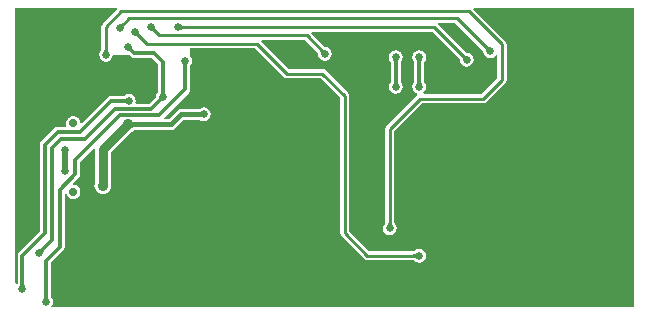
<source format=gbl>
G04 Layer_Physical_Order=2*
G04 Layer_Color=16711680*
%FSAX25Y25*%
%MOIN*%
G70*
G01*
G75*
%ADD30C,0.00984*%
%ADD32C,0.01181*%
%ADD33C,0.01575*%
%ADD35C,0.01968*%
%ADD37C,0.02756*%
%ADD38O,0.06299X0.03937*%
%ADD39O,0.08268X0.03937*%
%ADD40C,0.02559*%
%ADD41C,0.03543*%
%ADD42C,0.03150*%
G36*
X0150889Y0173127D02*
X0150913Y0172882D01*
X0150935Y0172772D01*
X0150962Y0172669D01*
X0150996Y0172574D01*
X0151035Y0172487D01*
X0151081Y0172407D01*
X0151133Y0172336D01*
X0151191Y0172272D01*
X0149400D01*
X0149458Y0172336D01*
X0149509Y0172407D01*
X0149555Y0172487D01*
X0149595Y0172574D01*
X0149628Y0172669D01*
X0149656Y0172772D01*
X0149677Y0172882D01*
X0149692Y0173001D01*
X0149702Y0173127D01*
X0149705Y0173261D01*
X0150886D01*
X0150889Y0173127D01*
D02*
G37*
G36*
X0150283Y0170079D02*
X0150196Y0170075D01*
X0150109Y0170061D01*
X0150021Y0170037D01*
X0149931Y0170003D01*
X0149840Y0169960D01*
X0149748Y0169907D01*
X0149655Y0169844D01*
X0149560Y0169771D01*
X0149464Y0169688D01*
X0149367Y0169595D01*
X0148532Y0170430D01*
X0148625Y0170527D01*
X0148781Y0170718D01*
X0148844Y0170811D01*
X0148897Y0170903D01*
X0148941Y0170994D01*
X0148974Y0171084D01*
X0148998Y0171172D01*
X0149012Y0171259D01*
X0149016Y0171345D01*
X0150283Y0170079D01*
D02*
G37*
G36*
X0138063Y0169183D02*
X0137999Y0169241D01*
X0137927Y0169293D01*
X0137848Y0169339D01*
X0137761Y0169378D01*
X0137666Y0169412D01*
X0137563Y0169439D01*
X0137452Y0169461D01*
X0137334Y0169476D01*
X0137208Y0169485D01*
X0137074Y0169488D01*
Y0170669D01*
X0137208Y0170672D01*
X0137452Y0170697D01*
X0137563Y0170718D01*
X0137666Y0170746D01*
X0137761Y0170779D01*
X0137848Y0170819D01*
X0137927Y0170865D01*
X0137999Y0170916D01*
X0138063Y0170974D01*
Y0169183D01*
D02*
G37*
G36*
X0236420Y0176572D02*
X0236445Y0176327D01*
X0236466Y0176216D01*
X0236494Y0176114D01*
X0236527Y0176019D01*
X0236567Y0175932D01*
X0236613Y0175852D01*
X0236665Y0175781D01*
X0236722Y0175717D01*
X0234931D01*
X0234989Y0175781D01*
X0235041Y0175852D01*
X0235087Y0175932D01*
X0235126Y0176019D01*
X0235160Y0176114D01*
X0235187Y0176216D01*
X0235209Y0176327D01*
X0235224Y0176446D01*
X0235233Y0176572D01*
X0235236Y0176706D01*
X0236417D01*
X0236420Y0176572D01*
D02*
G37*
G36*
X0104137Y0109249D02*
X0104161Y0109004D01*
X0104183Y0108894D01*
X0104210Y0108791D01*
X0104244Y0108696D01*
X0104283Y0108609D01*
X0104329Y0108529D01*
X0104381Y0108458D01*
X0104439Y0108394D01*
X0102648D01*
X0102706Y0108458D01*
X0102758Y0108529D01*
X0102803Y0108609D01*
X0102843Y0108696D01*
X0102876Y0108791D01*
X0102904Y0108894D01*
X0102925Y0109004D01*
X0102941Y0109123D01*
X0102950Y0109249D01*
X0102953Y0109383D01*
X0104134D01*
X0104137Y0109249D01*
D02*
G37*
G36*
X0307457Y0101204D02*
X0113440D01*
X0113193Y0101704D01*
X0113565Y0102260D01*
X0113742Y0103150D01*
X0113565Y0104039D01*
X0113061Y0104793D01*
X0113049Y0104801D01*
X0113045Y0104821D01*
X0113039Y0104884D01*
Y0116159D01*
X0117092Y0120212D01*
X0117443Y0120738D01*
X0117567Y0121358D01*
Y0139396D01*
X0117590Y0139404D01*
X0118164Y0139079D01*
X0118174Y0139027D01*
X0118213Y0138934D01*
X0118233Y0138836D01*
X0118288Y0138752D01*
X0118327Y0138660D01*
X0118327Y0138660D01*
X0118631Y0138204D01*
X0118702Y0138133D01*
X0118758Y0138049D01*
X0118842Y0137994D01*
X0118912Y0137923D01*
X0119368Y0137618D01*
X0119461Y0137580D01*
X0119545Y0137524D01*
X0119643Y0137504D01*
X0119736Y0137466D01*
X0120273Y0137359D01*
X0120374D01*
X0120472Y0137339D01*
X0120571Y0137359D01*
X0120671D01*
X0121209Y0137466D01*
X0121302Y0137504D01*
X0121400Y0137524D01*
X0121484Y0137580D01*
X0121576Y0137618D01*
X0121577Y0137618D01*
X0122032Y0137923D01*
X0122103Y0137994D01*
X0122187Y0138049D01*
X0122243Y0138133D01*
X0122314Y0138204D01*
X0122618Y0138660D01*
X0122657Y0138752D01*
X0122712Y0138836D01*
X0122732Y0138934D01*
X0122770Y0139027D01*
X0122877Y0139565D01*
Y0139665D01*
X0122897Y0139764D01*
X0122877Y0139862D01*
Y0139963D01*
X0122770Y0140500D01*
X0122732Y0140593D01*
X0122712Y0140692D01*
X0122657Y0140775D01*
X0122618Y0140868D01*
X0122618Y0140868D01*
X0122314Y0141324D01*
X0122243Y0141395D01*
X0122187Y0141478D01*
X0122103Y0141534D01*
X0122032Y0141605D01*
X0121576Y0141910D01*
X0121484Y0141948D01*
X0121400Y0142004D01*
X0121302Y0142023D01*
X0121209Y0142062D01*
X0120671Y0142169D01*
X0120661D01*
X0120512Y0142385D01*
X0120453Y0142600D01*
X0120449Y0142664D01*
X0122308Y0144523D01*
X0122660Y0145049D01*
X0122783Y0145669D01*
Y0149820D01*
X0127261Y0154298D01*
X0127735Y0154065D01*
X0127718Y0153937D01*
Y0142705D01*
X0127615Y0142456D01*
X0127519Y0141732D01*
X0127615Y0141009D01*
X0127894Y0140334D01*
X0128338Y0139755D01*
X0128917Y0139311D01*
X0129591Y0139032D01*
X0130315Y0138937D01*
X0131038Y0139032D01*
X0131713Y0139311D01*
X0132292Y0139755D01*
X0132736Y0140334D01*
X0133015Y0141009D01*
X0133110Y0141732D01*
X0133015Y0142456D01*
X0132912Y0142705D01*
Y0152861D01*
X0139731Y0159680D01*
X0139980Y0159784D01*
X0140559Y0160228D01*
X0140574Y0160247D01*
X0140592Y0160264D01*
X0140595Y0160266D01*
X0142359Y0160382D01*
X0153149D01*
X0153150Y0160382D01*
X0153847Y0160521D01*
X0154438Y0160916D01*
X0157251Y0163729D01*
X0162601D01*
X0163087Y0163404D01*
X0163976Y0163227D01*
X0164866Y0163404D01*
X0165620Y0163908D01*
X0166124Y0164662D01*
X0166301Y0165551D01*
X0166124Y0166441D01*
X0165620Y0167195D01*
X0164866Y0167699D01*
X0163976Y0167875D01*
X0163087Y0167699D01*
X0162612Y0167381D01*
X0162509Y0167374D01*
X0156496D01*
X0156496Y0167374D01*
X0155799Y0167235D01*
X0155207Y0166840D01*
X0155207Y0166840D01*
X0152395Y0164027D01*
X0150787D01*
X0150580Y0164527D01*
X0158922Y0172869D01*
X0159274Y0173395D01*
X0159397Y0174016D01*
Y0181752D01*
X0159401Y0181779D01*
X0159407Y0181813D01*
X0159419Y0181821D01*
X0159923Y0182575D01*
X0160100Y0183465D01*
X0159923Y0184354D01*
X0159449Y0185063D01*
Y0187652D01*
X0181077D01*
X0190670Y0178058D01*
X0190670Y0178058D01*
X0191164Y0177728D01*
X0191746Y0177612D01*
X0202913D01*
X0209502Y0171023D01*
Y0125984D01*
X0209618Y0125402D01*
X0209948Y0124908D01*
X0217428Y0117428D01*
X0217428Y0117428D01*
X0217922Y0117098D01*
X0218504Y0116983D01*
X0218504Y0116983D01*
X0233998D01*
X0234026Y0116978D01*
X0234059Y0116969D01*
X0234085Y0116960D01*
X0234108Y0116951D01*
X0234127Y0116940D01*
X0234133Y0116936D01*
X0234183Y0116860D01*
X0234937Y0116357D01*
X0235827Y0116180D01*
X0236716Y0116357D01*
X0237470Y0116860D01*
X0237974Y0117614D01*
X0238151Y0118504D01*
X0237974Y0119393D01*
X0237470Y0120147D01*
X0236716Y0120651D01*
X0235827Y0120828D01*
X0234937Y0120651D01*
X0234183Y0120147D01*
X0234133Y0120072D01*
X0234127Y0120068D01*
X0234108Y0120057D01*
X0234085Y0120048D01*
X0234059Y0120038D01*
X0234026Y0120030D01*
X0233998Y0120025D01*
X0219134D01*
X0212545Y0126614D01*
Y0171653D01*
X0212429Y0172236D01*
X0212099Y0172729D01*
X0204619Y0180210D01*
X0204125Y0180539D01*
X0203543Y0180655D01*
X0192376D01*
X0183124Y0189908D01*
X0183331Y0190408D01*
X0197598D01*
X0201962Y0186044D01*
X0201978Y0186021D01*
X0201995Y0185992D01*
X0202008Y0185967D01*
X0202017Y0185944D01*
X0202023Y0185923D01*
X0202024Y0185916D01*
X0202007Y0185827D01*
X0202183Y0184937D01*
X0202687Y0184183D01*
X0203441Y0183679D01*
X0204331Y0183503D01*
X0205220Y0183679D01*
X0205974Y0184183D01*
X0206478Y0184937D01*
X0206655Y0185827D01*
X0206478Y0186716D01*
X0205974Y0187470D01*
X0205220Y0187974D01*
X0204331Y0188151D01*
X0204241Y0188133D01*
X0204235Y0188135D01*
X0204214Y0188141D01*
X0204191Y0188150D01*
X0204166Y0188162D01*
X0204136Y0188179D01*
X0204114Y0188195D01*
X0199744Y0192565D01*
X0199951Y0193065D01*
X0240216D01*
X0249206Y0184075D01*
X0249222Y0184053D01*
X0249240Y0184023D01*
X0249252Y0183998D01*
X0249261Y0183976D01*
X0249267Y0183954D01*
X0249268Y0183948D01*
X0249251Y0183858D01*
X0249428Y0182969D01*
X0249931Y0182215D01*
X0250685Y0181711D01*
X0251575Y0181534D01*
X0252464Y0181711D01*
X0253218Y0182215D01*
X0253722Y0182969D01*
X0253899Y0183858D01*
X0253722Y0184748D01*
X0253218Y0185502D01*
X0252464Y0186005D01*
X0251575Y0186182D01*
X0251486Y0186165D01*
X0251479Y0186166D01*
X0251458Y0186172D01*
X0251435Y0186181D01*
X0251410Y0186194D01*
X0251380Y0186211D01*
X0251358Y0186227D01*
X0241968Y0195616D01*
X0241993Y0195808D01*
X0242143Y0196116D01*
X0247795D01*
X0257080Y0186831D01*
X0257096Y0186808D01*
X0257114Y0186779D01*
X0257126Y0186754D01*
X0257135Y0186732D01*
X0257141Y0186710D01*
X0257142Y0186703D01*
X0257125Y0186614D01*
X0257301Y0185725D01*
X0257805Y0184971D01*
X0258559Y0184467D01*
X0259449Y0184290D01*
X0260338Y0184467D01*
X0261092Y0184971D01*
X0261365Y0185378D01*
X0261864Y0185226D01*
Y0177697D01*
X0256555Y0172388D01*
X0237214D01*
X0237063Y0172888D01*
X0237470Y0173160D01*
X0237974Y0173914D01*
X0238151Y0174803D01*
X0237974Y0175693D01*
X0237470Y0176447D01*
X0237459Y0176454D01*
X0237455Y0176475D01*
X0237449Y0176537D01*
Y0182933D01*
X0237452Y0182960D01*
X0237459Y0182994D01*
X0237470Y0183002D01*
X0237974Y0183756D01*
X0238151Y0184646D01*
X0237974Y0185535D01*
X0237470Y0186289D01*
X0236716Y0186793D01*
X0235827Y0186970D01*
X0234937Y0186793D01*
X0234183Y0186289D01*
X0233680Y0185535D01*
X0233503Y0184646D01*
X0233680Y0183756D01*
X0234183Y0183002D01*
X0234195Y0182994D01*
X0234199Y0182974D01*
X0234205Y0182912D01*
Y0176516D01*
X0234202Y0176489D01*
X0234195Y0176454D01*
X0234183Y0176447D01*
X0233680Y0175693D01*
X0233503Y0174803D01*
X0233680Y0173914D01*
X0234183Y0173160D01*
X0234937Y0172656D01*
X0235075Y0172628D01*
X0235181Y0172098D01*
X0234948Y0171942D01*
X0234948Y0171942D01*
X0224908Y0161902D01*
X0224579Y0161409D01*
X0224463Y0160827D01*
Y0129387D01*
X0224458Y0129360D01*
X0224450Y0129327D01*
X0224441Y0129300D01*
X0224431Y0129278D01*
X0224420Y0129259D01*
X0224416Y0129253D01*
X0224341Y0129202D01*
X0223837Y0128448D01*
X0223660Y0127559D01*
X0223837Y0126670D01*
X0224341Y0125916D01*
X0225095Y0125412D01*
X0225984Y0125235D01*
X0226874Y0125412D01*
X0227628Y0125916D01*
X0228132Y0126670D01*
X0228308Y0127559D01*
X0228132Y0128448D01*
X0227628Y0129202D01*
X0227552Y0129253D01*
X0227548Y0129259D01*
X0227538Y0129278D01*
X0227528Y0129300D01*
X0227519Y0129327D01*
X0227510Y0129360D01*
X0227506Y0129387D01*
Y0160197D01*
X0236654Y0169345D01*
X0257185D01*
X0257767Y0169461D01*
X0258261Y0169790D01*
X0264462Y0175991D01*
X0264462Y0175991D01*
X0264791Y0176485D01*
X0264907Y0177067D01*
X0264907Y0177067D01*
Y0188878D01*
X0264791Y0189460D01*
X0264462Y0189954D01*
X0264462Y0189954D01*
X0253757Y0200658D01*
X0253964Y0201158D01*
X0307457D01*
Y0101204D01*
D02*
G37*
G36*
X0226480Y0129382D02*
X0226493Y0129262D01*
X0226513Y0129146D01*
X0226541Y0129035D01*
X0226577Y0128929D01*
X0226622Y0128828D01*
X0226674Y0128732D01*
X0226735Y0128641D01*
X0226803Y0128554D01*
X0226880Y0128473D01*
X0225089D01*
X0225165Y0128554D01*
X0225234Y0128641D01*
X0225294Y0128732D01*
X0225347Y0128828D01*
X0225391Y0128929D01*
X0225428Y0129035D01*
X0225456Y0129146D01*
X0225476Y0129262D01*
X0225488Y0129382D01*
X0225492Y0129508D01*
X0226476D01*
X0226480Y0129382D01*
D02*
G37*
G36*
X0110818Y0120219D02*
X0110725Y0120122D01*
X0110570Y0119932D01*
X0110507Y0119839D01*
X0110453Y0119746D01*
X0110410Y0119656D01*
X0110376Y0119566D01*
X0110353Y0119477D01*
X0110339Y0119390D01*
X0110335Y0119304D01*
X0109068Y0120571D01*
X0109154Y0120575D01*
X0109241Y0120589D01*
X0109330Y0120613D01*
X0109419Y0120646D01*
X0109510Y0120690D01*
X0109602Y0120743D01*
X0109696Y0120806D01*
X0109790Y0120879D01*
X0109886Y0120962D01*
X0109983Y0121054D01*
X0110818Y0120219D01*
D02*
G37*
G36*
X0234913Y0117608D02*
X0234831Y0117685D01*
X0234745Y0117754D01*
X0234654Y0117814D01*
X0234558Y0117867D01*
X0234456Y0117911D01*
X0234350Y0117947D01*
X0234240Y0117975D01*
X0234124Y0117996D01*
X0234003Y0118008D01*
X0233878Y0118012D01*
Y0118996D01*
X0234003Y0119000D01*
X0234124Y0119012D01*
X0234240Y0119032D01*
X0234350Y0119061D01*
X0234456Y0119097D01*
X0234558Y0119141D01*
X0234654Y0119194D01*
X0234745Y0119254D01*
X0234831Y0119323D01*
X0234913Y0119400D01*
Y0117608D01*
D02*
G37*
G36*
X0135121Y0200658D02*
X0130322Y0195859D01*
X0129992Y0195366D01*
X0129876Y0194783D01*
Y0187261D01*
X0129871Y0187234D01*
X0129863Y0187201D01*
X0129854Y0187174D01*
X0129844Y0187152D01*
X0129834Y0187133D01*
X0129830Y0187127D01*
X0129754Y0187076D01*
X0129250Y0186322D01*
X0129074Y0185433D01*
X0129250Y0184544D01*
X0129754Y0183790D01*
X0130508Y0183286D01*
X0131398Y0183109D01*
X0132287Y0183286D01*
X0133041Y0183790D01*
X0133545Y0184544D01*
X0133722Y0185433D01*
X0139045D01*
X0139601Y0184877D01*
X0140127Y0184525D01*
X0140748Y0184402D01*
X0146671D01*
X0148674Y0182399D01*
Y0173071D01*
X0148670Y0173044D01*
X0148663Y0173009D01*
X0148652Y0173002D01*
X0148148Y0172248D01*
X0147971Y0171358D01*
X0147974Y0171345D01*
X0147962Y0171327D01*
X0147922Y0171279D01*
X0145686Y0169043D01*
X0141581D01*
X0141194Y0169543D01*
X0141301Y0170079D01*
X0141124Y0170968D01*
X0140620Y0171722D01*
X0139866Y0172226D01*
X0138976Y0172403D01*
X0138087Y0172226D01*
X0137333Y0171722D01*
X0137325Y0171711D01*
X0137305Y0171707D01*
X0137242Y0171701D01*
X0133071D01*
X0132450Y0171577D01*
X0131924Y0171226D01*
X0123386Y0162687D01*
X0123279Y0162689D01*
X0123092Y0162740D01*
X0122863Y0162871D01*
X0122770Y0163335D01*
X0122732Y0163428D01*
X0122712Y0163526D01*
X0122657Y0163610D01*
X0122618Y0163702D01*
X0122618Y0163702D01*
X0122314Y0164158D01*
X0122243Y0164229D01*
X0122187Y0164313D01*
X0122103Y0164369D01*
X0122032Y0164440D01*
X0121576Y0164744D01*
X0121484Y0164783D01*
X0121400Y0164838D01*
X0121302Y0164858D01*
X0121209Y0164896D01*
X0120671Y0165003D01*
X0120571D01*
X0120472Y0165023D01*
X0120374Y0165003D01*
X0120273D01*
X0119736Y0164896D01*
X0119643Y0164858D01*
X0119545Y0164838D01*
X0119461Y0164783D01*
X0119368Y0164744D01*
X0119368Y0164744D01*
X0118912Y0164440D01*
X0118842Y0164369D01*
X0118758Y0164313D01*
X0118702Y0164229D01*
X0118631Y0164158D01*
X0118327Y0163702D01*
X0118288Y0163610D01*
X0118233Y0163526D01*
X0118213Y0163428D01*
X0118174Y0163335D01*
X0118068Y0162797D01*
Y0162697D01*
X0118048Y0162598D01*
X0118068Y0162500D01*
Y0162399D01*
X0118174Y0161862D01*
X0118051Y0161573D01*
X0117959Y0161461D01*
X0117835Y0161366D01*
X0115256D01*
X0114635Y0161242D01*
X0114109Y0160891D01*
X0109877Y0156658D01*
X0109525Y0156132D01*
X0109402Y0155512D01*
Y0126656D01*
X0102397Y0119651D01*
X0102045Y0119124D01*
X0101922Y0118504D01*
Y0109250D01*
X0101709Y0109035D01*
X0101704Y0109032D01*
X0101204Y0109294D01*
Y0201158D01*
X0134914D01*
X0135121Y0200658D01*
D02*
G37*
G36*
X0163063Y0164655D02*
X0163035Y0164676D01*
X0162994Y0164694D01*
X0162940Y0164711D01*
X0162874Y0164725D01*
X0162794Y0164737D01*
X0162595Y0164754D01*
X0162345Y0164763D01*
X0162200Y0164764D01*
Y0166339D01*
X0162345Y0166340D01*
X0162874Y0166378D01*
X0162940Y0166392D01*
X0162994Y0166408D01*
X0163035Y0166426D01*
X0163063Y0166447D01*
Y0164655D01*
D02*
G37*
G36*
X0139942Y0163359D02*
X0140045Y0163282D01*
X0140159Y0163214D01*
X0140282Y0163155D01*
X0140407Y0163109D01*
X0141077Y0163044D01*
X0142509Y0162995D01*
X0143096Y0162992D01*
Y0161417D01*
X0142509Y0161414D01*
X0140323Y0161269D01*
X0140282Y0161254D01*
X0140159Y0161196D01*
X0140045Y0161127D01*
X0139942Y0161051D01*
X0139848Y0160965D01*
Y0161175D01*
X0139788Y0161153D01*
X0139696Y0161091D01*
Y0163319D01*
X0139788Y0163257D01*
X0139848Y0163234D01*
Y0163445D01*
X0139942Y0163359D01*
D02*
G37*
G36*
X0142228Y0192986D02*
X0142240Y0192876D01*
X0142262Y0192769D01*
X0142293Y0192664D01*
X0142333Y0192561D01*
X0142382Y0192460D01*
X0142441Y0192362D01*
X0142508Y0192266D01*
X0142585Y0192172D01*
X0142671Y0192080D01*
X0141975Y0191384D01*
X0141883Y0191470D01*
X0141789Y0191547D01*
X0141693Y0191614D01*
X0141595Y0191673D01*
X0141495Y0191722D01*
X0141392Y0191762D01*
X0141287Y0191793D01*
X0141179Y0191815D01*
X0141070Y0191827D01*
X0140958Y0191831D01*
X0142224Y0193097D01*
X0142228Y0192986D01*
D02*
G37*
G36*
X0258510Y0188254D02*
X0258604Y0188178D01*
X0258700Y0188110D01*
X0258799Y0188052D01*
X0258899Y0188002D01*
X0259002Y0187962D01*
X0259107Y0187931D01*
X0259214Y0187910D01*
X0259324Y0187897D01*
X0259436Y0187894D01*
X0258169Y0186627D01*
X0258166Y0186739D01*
X0258153Y0186848D01*
X0258132Y0186956D01*
X0258101Y0187061D01*
X0258061Y0187164D01*
X0258011Y0187264D01*
X0257953Y0187363D01*
X0257885Y0187459D01*
X0257809Y0187553D01*
X0257723Y0187644D01*
X0258419Y0188340D01*
X0258510Y0188254D01*
D02*
G37*
G36*
X0139866Y0188090D02*
X0139880Y0188003D01*
X0139904Y0187914D01*
X0139937Y0187825D01*
X0139981Y0187734D01*
X0140034Y0187642D01*
X0140097Y0187548D01*
X0140170Y0187454D01*
X0140253Y0187358D01*
X0140346Y0187261D01*
X0139511Y0186426D01*
X0139414Y0186519D01*
X0139223Y0186674D01*
X0139130Y0186738D01*
X0139038Y0186791D01*
X0138947Y0186834D01*
X0138857Y0186868D01*
X0138769Y0186891D01*
X0138681Y0186905D01*
X0138595Y0186909D01*
X0139862Y0188176D01*
X0139866Y0188090D01*
D02*
G37*
G36*
X0137750Y0195518D02*
X0137664Y0195427D01*
X0137587Y0195333D01*
X0137520Y0195237D01*
X0137461Y0195138D01*
X0137412Y0195038D01*
X0137372Y0194935D01*
X0137341Y0194830D01*
X0137319Y0194722D01*
X0137306Y0194613D01*
X0137303Y0194501D01*
X0136036Y0195768D01*
X0136148Y0195771D01*
X0136258Y0195784D01*
X0136365Y0195806D01*
X0136470Y0195836D01*
X0136573Y0195877D01*
X0136674Y0195926D01*
X0136772Y0195984D01*
X0136868Y0196052D01*
X0136962Y0196128D01*
X0137054Y0196214D01*
X0137750Y0195518D01*
D02*
G37*
G36*
X0156507Y0195406D02*
X0156594Y0195337D01*
X0156685Y0195276D01*
X0156781Y0195224D01*
X0156882Y0195180D01*
X0156988Y0195143D01*
X0157099Y0195115D01*
X0157215Y0195095D01*
X0157335Y0195083D01*
X0157461Y0195079D01*
Y0194095D01*
X0157335Y0194090D01*
X0157215Y0194078D01*
X0157099Y0194058D01*
X0156988Y0194030D01*
X0156882Y0193994D01*
X0156781Y0193949D01*
X0156685Y0193897D01*
X0156594Y0193836D01*
X0156507Y0193768D01*
X0156426Y0193691D01*
Y0195482D01*
X0156507Y0195406D01*
D02*
G37*
G36*
X0147543Y0194560D02*
X0147555Y0194451D01*
X0147577Y0194343D01*
X0147608Y0194238D01*
X0147648Y0194135D01*
X0147697Y0194035D01*
X0147756Y0193937D01*
X0147823Y0193840D01*
X0147900Y0193747D01*
X0147986Y0193655D01*
X0147290Y0192959D01*
X0147198Y0193045D01*
X0147105Y0193122D01*
X0147008Y0193189D01*
X0146910Y0193247D01*
X0146809Y0193297D01*
X0146707Y0193337D01*
X0146601Y0193368D01*
X0146494Y0193389D01*
X0146385Y0193402D01*
X0146273Y0193406D01*
X0147539Y0194672D01*
X0147543Y0194560D01*
D02*
G37*
G36*
X0131894Y0187256D02*
X0131906Y0187136D01*
X0131926Y0187020D01*
X0131954Y0186909D01*
X0131991Y0186803D01*
X0132035Y0186702D01*
X0132088Y0186606D01*
X0132148Y0186515D01*
X0132217Y0186428D01*
X0132293Y0186347D01*
X0130502D01*
X0130579Y0186428D01*
X0130647Y0186515D01*
X0130708Y0186606D01*
X0130760Y0186702D01*
X0130805Y0186803D01*
X0130841Y0186909D01*
X0130869Y0187020D01*
X0130889Y0187136D01*
X0130902Y0187256D01*
X0130905Y0187382D01*
X0131890D01*
X0131894Y0187256D01*
D02*
G37*
G36*
X0112011Y0104918D02*
X0112035Y0104674D01*
X0112057Y0104563D01*
X0112084Y0104460D01*
X0112118Y0104365D01*
X0112157Y0104278D01*
X0112203Y0104199D01*
X0112255Y0104127D01*
X0112313Y0104063D01*
X0110522D01*
X0110580Y0104127D01*
X0110632Y0104199D01*
X0110677Y0104278D01*
X0110717Y0104365D01*
X0110750Y0104460D01*
X0110778Y0104563D01*
X0110799Y0104674D01*
X0110815Y0104792D01*
X0110824Y0104918D01*
X0110827Y0105052D01*
X0112008D01*
X0112011Y0104918D01*
D02*
G37*
G36*
X0158613Y0182487D02*
X0158561Y0182415D01*
X0158516Y0182336D01*
X0158476Y0182249D01*
X0158442Y0182154D01*
X0158415Y0182051D01*
X0158394Y0181941D01*
X0158378Y0181822D01*
X0158369Y0181696D01*
X0158366Y0181562D01*
X0157185D01*
X0157182Y0181696D01*
X0157158Y0181941D01*
X0157136Y0182051D01*
X0157109Y0182154D01*
X0157075Y0182249D01*
X0157036Y0182336D01*
X0156990Y0182415D01*
X0156938Y0182487D01*
X0156880Y0182551D01*
X0158671D01*
X0158613Y0182487D01*
D02*
G37*
G36*
X0236665Y0183668D02*
X0236613Y0183597D01*
X0236567Y0183517D01*
X0236527Y0183430D01*
X0236494Y0183335D01*
X0236466Y0183232D01*
X0236445Y0183122D01*
X0236430Y0183003D01*
X0236420Y0182877D01*
X0236417Y0182743D01*
X0235236D01*
X0235233Y0182877D01*
X0235209Y0183122D01*
X0235187Y0183232D01*
X0235160Y0183335D01*
X0235126Y0183430D01*
X0235087Y0183517D01*
X0235041Y0183597D01*
X0234989Y0183668D01*
X0234931Y0183732D01*
X0236722D01*
X0236665Y0183668D01*
D02*
G37*
G36*
X0203392Y0187467D02*
X0203486Y0187390D01*
X0203582Y0187323D01*
X0203680Y0187264D01*
X0203781Y0187215D01*
X0203884Y0187175D01*
X0203989Y0187144D01*
X0204096Y0187122D01*
X0204206Y0187110D01*
X0204318Y0187106D01*
X0203051Y0185840D01*
X0203048Y0185951D01*
X0203035Y0186061D01*
X0203013Y0186168D01*
X0202982Y0186274D01*
X0202942Y0186376D01*
X0202893Y0186477D01*
X0202835Y0186575D01*
X0202767Y0186671D01*
X0202691Y0186765D01*
X0202605Y0186857D01*
X0203301Y0187553D01*
X0203392Y0187467D01*
D02*
G37*
G36*
X0250636Y0185498D02*
X0250730Y0185422D01*
X0250826Y0185354D01*
X0250925Y0185296D01*
X0251025Y0185247D01*
X0251128Y0185206D01*
X0251233Y0185176D01*
X0251341Y0185154D01*
X0251450Y0185141D01*
X0251562Y0185138D01*
X0250295Y0183871D01*
X0250292Y0183983D01*
X0250279Y0184093D01*
X0250257Y0184200D01*
X0250227Y0184305D01*
X0250186Y0184408D01*
X0250137Y0184509D01*
X0250079Y0184607D01*
X0250011Y0184703D01*
X0249935Y0184797D01*
X0249849Y0184888D01*
X0250545Y0185584D01*
X0250636Y0185498D01*
D02*
G37*
%LPC*%
G36*
X0227953Y0186970D02*
X0227063Y0186793D01*
X0226309Y0186289D01*
X0225805Y0185535D01*
X0225629Y0184646D01*
X0225805Y0183756D01*
X0226309Y0183002D01*
X0226321Y0182994D01*
X0226325Y0182974D01*
X0226331Y0182912D01*
Y0176516D01*
X0226328Y0176489D01*
X0226321Y0176454D01*
X0226309Y0176447D01*
X0225805Y0175693D01*
X0225629Y0174803D01*
X0225805Y0173914D01*
X0226309Y0173160D01*
X0227063Y0172656D01*
X0227953Y0172479D01*
X0228842Y0172656D01*
X0229596Y0173160D01*
X0230100Y0173914D01*
X0230277Y0174803D01*
X0230100Y0175693D01*
X0229596Y0176447D01*
X0229585Y0176454D01*
X0229581Y0176475D01*
X0229574Y0176537D01*
Y0182933D01*
X0229578Y0182960D01*
X0229585Y0182994D01*
X0229596Y0183002D01*
X0230100Y0183756D01*
X0230277Y0184646D01*
X0230100Y0185535D01*
X0229596Y0186289D01*
X0228842Y0186793D01*
X0227953Y0186970D01*
D02*
G37*
%LPD*%
G36*
X0228790Y0183668D02*
X0228739Y0183597D01*
X0228693Y0183517D01*
X0228653Y0183430D01*
X0228620Y0183335D01*
X0228592Y0183232D01*
X0228571Y0183122D01*
X0228555Y0183003D01*
X0228546Y0182877D01*
X0228543Y0182743D01*
X0227362D01*
X0227359Y0182877D01*
X0227335Y0183122D01*
X0227313Y0183232D01*
X0227286Y0183335D01*
X0227252Y0183430D01*
X0227213Y0183517D01*
X0227167Y0183597D01*
X0227115Y0183668D01*
X0227057Y0183732D01*
X0228848D01*
X0228790Y0183668D01*
D02*
G37*
G36*
X0228546Y0176572D02*
X0228571Y0176327D01*
X0228592Y0176216D01*
X0228620Y0176114D01*
X0228653Y0176019D01*
X0228693Y0175932D01*
X0228739Y0175852D01*
X0228790Y0175781D01*
X0228848Y0175717D01*
X0227057D01*
X0227115Y0175781D01*
X0227167Y0175852D01*
X0227213Y0175932D01*
X0227252Y0176019D01*
X0227286Y0176114D01*
X0227313Y0176216D01*
X0227335Y0176327D01*
X0227350Y0176446D01*
X0227359Y0176572D01*
X0227362Y0176706D01*
X0228543D01*
X0228546Y0176572D01*
D02*
G37*
D30*
X0211024Y0125984D02*
Y0171653D01*
X0203543Y0179134D02*
X0211024Y0171653D01*
X0191746Y0179134D02*
X0203543D01*
X0181707Y0189173D02*
X0191746Y0179134D01*
X0218504Y0118504D02*
X0235827D01*
X0211024Y0125984D02*
X0218504Y0118504D01*
X0144882Y0189173D02*
X0181707D01*
X0263386Y0177067D02*
Y0188878D01*
X0236024Y0170866D02*
X0257185D01*
X0225984Y0127559D02*
Y0160827D01*
X0257185Y0170866D02*
X0263386Y0177067D01*
X0225984Y0160827D02*
X0236024Y0170866D01*
X0140945Y0193110D02*
X0144882Y0189173D01*
X0149016Y0191929D02*
X0198228D01*
X0146260Y0194685D02*
X0149016Y0191929D01*
X0140945Y0193110D02*
X0141634D01*
X0136516Y0199902D02*
X0252362D01*
X0131398Y0194783D02*
X0136516Y0199902D01*
X0131398Y0185433D02*
Y0194783D01*
X0252362Y0199902D02*
X0263386Y0188878D01*
X0198228Y0191929D02*
X0204331Y0185827D01*
X0139173Y0197638D02*
X0248425D01*
X0136024Y0194488D02*
X0139173Y0197638D01*
X0248425D02*
X0259449Y0186614D01*
X0240846Y0194587D02*
X0251575Y0183858D01*
X0155512Y0194587D02*
X0240846D01*
D32*
X0150295Y0171358D02*
Y0183071D01*
X0147343Y0186024D02*
X0150295Y0183071D01*
X0140748Y0186024D02*
X0147343D01*
X0138583Y0188189D02*
X0140748Y0186024D01*
X0157776Y0174016D02*
Y0183465D01*
X0149114Y0165354D02*
X0157776Y0174016D01*
X0136024Y0165354D02*
X0149114D01*
X0146358Y0167421D02*
X0150295Y0171358D01*
X0134350Y0167421D02*
X0146358D01*
X0124213Y0157283D02*
X0134350Y0167421D01*
X0121161Y0150492D02*
X0136024Y0165354D01*
X0121161Y0145669D02*
Y0150492D01*
X0115945Y0140453D02*
X0121161Y0145669D01*
X0115945Y0121358D02*
Y0140453D01*
X0111417Y0116831D02*
X0115945Y0121358D01*
X0111417Y0103150D02*
Y0116831D01*
X0116339Y0157283D02*
X0124213D01*
X0113386Y0154331D02*
X0116339Y0157283D01*
X0113386Y0123622D02*
Y0154331D01*
X0109055Y0119291D02*
X0113386Y0123622D01*
X0115256Y0159744D02*
X0122736D01*
X0111024Y0155512D02*
X0115256Y0159744D01*
X0111024Y0125984D02*
Y0155512D01*
X0122736Y0159744D02*
X0133071Y0170079D01*
X0103543Y0118504D02*
X0111024Y0125984D01*
X0133071Y0170079D02*
X0138976D01*
X0103543Y0107480D02*
Y0118504D01*
X0235827Y0174803D02*
Y0184646D01*
X0227953Y0174803D02*
Y0184646D01*
D33*
X0138583Y0162205D02*
X0153150D01*
X0156496Y0165551D01*
X0163976D01*
D35*
X0117717Y0146850D02*
Y0153543D01*
D37*
X0120472Y0162598D02*
D03*
Y0139764D02*
D03*
D38*
X0106044Y0134153D02*
D03*
Y0168209D02*
D03*
D39*
X0122501Y0134153D02*
D03*
Y0168209D02*
D03*
D40*
X0219291Y0185039D02*
D03*
X0212992D02*
D03*
X0196063Y0184646D02*
D03*
X0190945D02*
D03*
X0118504Y0190551D02*
D03*
X0123228D02*
D03*
X0139370Y0157480D02*
D03*
X0303150Y0196851D02*
D03*
X0299213Y0188977D02*
D03*
X0303150Y0181103D02*
D03*
X0299213Y0173228D02*
D03*
X0303150Y0165354D02*
D03*
X0299213Y0157480D02*
D03*
X0303150Y0149606D02*
D03*
X0299213Y0141732D02*
D03*
X0303150Y0133858D02*
D03*
X0299213Y0125984D02*
D03*
X0303150Y0118110D02*
D03*
X0295276Y0196851D02*
D03*
X0291339Y0188977D02*
D03*
X0295276Y0181103D02*
D03*
X0291339Y0173228D02*
D03*
X0295276Y0165354D02*
D03*
X0291339Y0157480D02*
D03*
X0295276Y0149606D02*
D03*
X0291339Y0141732D02*
D03*
X0295276Y0133858D02*
D03*
X0291339Y0125984D02*
D03*
X0295276Y0118110D02*
D03*
X0287402Y0196851D02*
D03*
X0283465Y0188977D02*
D03*
X0287402Y0181103D02*
D03*
X0283465Y0173228D02*
D03*
X0287402Y0165354D02*
D03*
X0283465Y0157480D02*
D03*
X0287402Y0149606D02*
D03*
X0283465Y0141732D02*
D03*
X0287402Y0133858D02*
D03*
X0283465Y0125984D02*
D03*
X0287402Y0118110D02*
D03*
X0279528Y0181103D02*
D03*
X0275591Y0173228D02*
D03*
X0279528Y0165354D02*
D03*
X0275591Y0157480D02*
D03*
X0279528Y0149606D02*
D03*
X0275591Y0141732D02*
D03*
X0279528Y0133858D02*
D03*
X0275591Y0125984D02*
D03*
X0279528Y0118110D02*
D03*
X0271654Y0181103D02*
D03*
Y0165354D02*
D03*
X0267717Y0157480D02*
D03*
X0271654Y0149606D02*
D03*
X0267717Y0141732D02*
D03*
X0271654Y0133858D02*
D03*
X0267717Y0125984D02*
D03*
X0271654Y0118110D02*
D03*
X0259843Y0157480D02*
D03*
X0263780Y0149606D02*
D03*
X0259843Y0141732D02*
D03*
X0263780Y0133858D02*
D03*
X0259843Y0125984D02*
D03*
X0263780Y0118110D02*
D03*
X0251969Y0157480D02*
D03*
X0255906Y0149606D02*
D03*
X0251969Y0141732D02*
D03*
X0255906Y0133858D02*
D03*
X0251969Y0125984D02*
D03*
X0255906Y0118110D02*
D03*
X0248032Y0165354D02*
D03*
X0244095Y0157480D02*
D03*
X0248032Y0149606D02*
D03*
X0244095Y0141732D02*
D03*
X0248032Y0133858D02*
D03*
X0244095Y0125984D02*
D03*
X0248032Y0118110D02*
D03*
X0240158Y0165354D02*
D03*
Y0149606D02*
D03*
X0236221Y0141732D02*
D03*
X0240158Y0133858D02*
D03*
X0236221Y0125984D02*
D03*
X0240158Y0118110D02*
D03*
X0232284Y0149606D02*
D03*
Y0133858D02*
D03*
X0220473Y0173228D02*
D03*
X0224410Y0165354D02*
D03*
X0220473Y0157480D02*
D03*
Y0141732D02*
D03*
X0216536Y0165354D02*
D03*
Y0149606D02*
D03*
X0204725Y0173228D02*
D03*
Y0157480D02*
D03*
Y0141732D02*
D03*
Y0125984D02*
D03*
X0196851Y0173228D02*
D03*
X0200787Y0165354D02*
D03*
X0196851Y0157480D02*
D03*
X0200787Y0149606D02*
D03*
X0196851Y0141732D02*
D03*
X0200787Y0133858D02*
D03*
X0196851Y0125984D02*
D03*
X0188977Y0173228D02*
D03*
X0192913Y0165354D02*
D03*
X0188977Y0157480D02*
D03*
X0192913Y0149606D02*
D03*
X0188977Y0141732D02*
D03*
X0192913Y0133858D02*
D03*
X0188977Y0125984D02*
D03*
X0181103Y0173228D02*
D03*
X0185039Y0165354D02*
D03*
X0181103Y0157480D02*
D03*
X0185039Y0149606D02*
D03*
X0181103Y0141732D02*
D03*
X0185039Y0133858D02*
D03*
X0181103Y0125984D02*
D03*
X0173228Y0110236D02*
D03*
X0165354Y0173228D02*
D03*
Y0157480D02*
D03*
Y0141732D02*
D03*
Y0125984D02*
D03*
Y0110236D02*
D03*
X0161417Y0181103D02*
D03*
X0157480Y0157480D02*
D03*
X0161417Y0149606D02*
D03*
X0157480Y0141732D02*
D03*
X0161417Y0133858D02*
D03*
X0157480Y0125984D02*
D03*
Y0110236D02*
D03*
X0153543Y0149606D02*
D03*
X0149606Y0141732D02*
D03*
X0153543Y0133858D02*
D03*
X0149606Y0125984D02*
D03*
Y0110236D02*
D03*
X0145669Y0149606D02*
D03*
X0141732Y0141732D02*
D03*
X0145669Y0133858D02*
D03*
X0141732Y0125984D02*
D03*
Y0110236D02*
D03*
X0137795Y0133858D02*
D03*
X0133858Y0110236D02*
D03*
X0129921Y0133858D02*
D03*
X0125984Y0125984D02*
D03*
Y0110236D02*
D03*
X0110236Y0173228D02*
D03*
X0114173Y0165354D02*
D03*
X0235827Y0118504D02*
D03*
X0144685Y0181496D02*
D03*
X0140945Y0193110D02*
D03*
X0138583Y0188189D02*
D03*
X0146260Y0194685D02*
D03*
X0155512Y0194587D02*
D03*
X0157776Y0183465D02*
D03*
X0138976Y0170079D02*
D03*
X0103543Y0107480D02*
D03*
X0111417Y0103150D02*
D03*
X0136024Y0194488D02*
D03*
X0150295Y0171358D02*
D03*
X0131398Y0185433D02*
D03*
X0225984Y0127559D02*
D03*
X0204331Y0185827D02*
D03*
X0251575Y0183858D02*
D03*
X0259449Y0186614D02*
D03*
X0109055Y0119291D02*
D03*
X0163976Y0165551D02*
D03*
X0227953Y0174803D02*
D03*
X0235827D02*
D03*
Y0184646D02*
D03*
X0227953D02*
D03*
X0117717Y0146850D02*
D03*
Y0153543D02*
D03*
D41*
X0130315Y0141732D02*
D03*
X0138583Y0162205D02*
D03*
D42*
X0130315Y0153937D02*
X0138583Y0162205D01*
X0130315Y0141732D02*
Y0153937D01*
M02*

</source>
